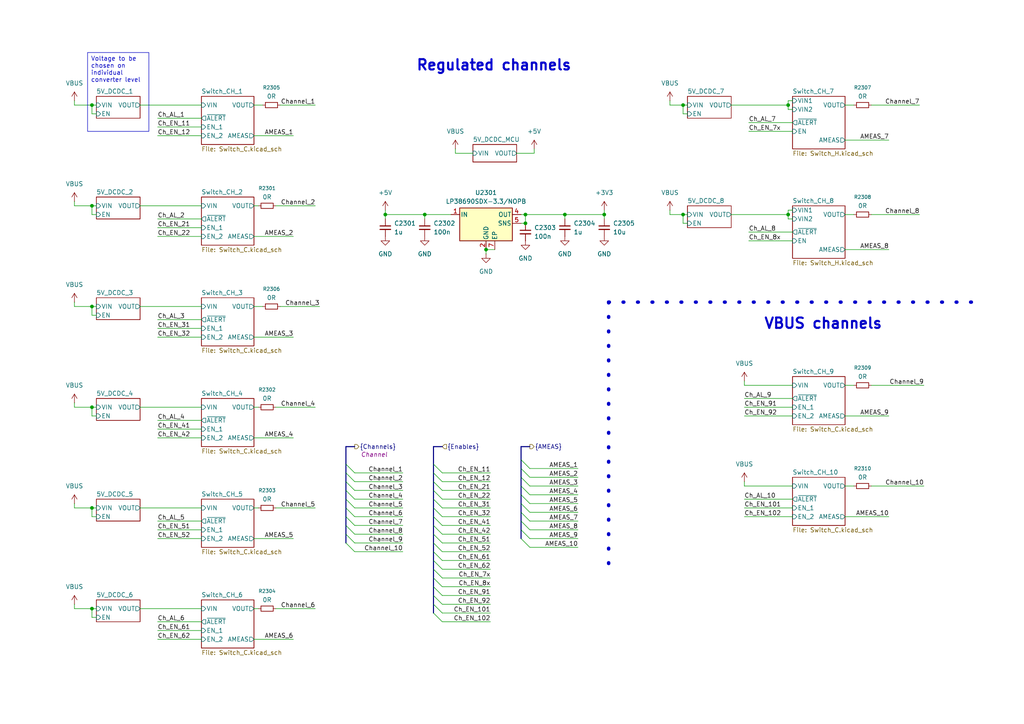
<source format=kicad_sch>
(kicad_sch (version 20250114) (generator "eeschema") (generator_version "9.0")
  (paper "A4")
  (lib_symbols
    (symbol "Device:C_Small" (pin_numbers (hide yes)) (pin_names (offset 0.254) (hide yes))
      (property "Reference" "C" (at 0.254 1.778 0))
      (property "Value" "C_Small" (at 0.254 -2.032 0))
      (symbol "C_Small_0_1"
        (polyline (pts (xy -1.524 0.508) (xy 1.524 0.508)) (stroke (width 0.3048)))
        (polyline (pts (xy -1.524 -0.508) (xy 1.524 -0.508)) (stroke (width 0.3302)))
      )
      (symbol "C_Small_1_1"
        (pin passive line (at 0 2.54 270) (length 2.032) (name "~") (number "1"))
        (pin passive line (at 0 -2.54 90) (length 2.032) (name "~") (number "2"))
      )
    )
    (symbol "Device:R_Small" (pin_numbers (hide yes)) (pin_names (offset 0.254) (hide yes))
      (property "Reference" "R" (at 0 0 90))
      (property "Value" "R_Small" (at 1.778 0 90))
      (symbol "R_Small_0_1"
        (rectangle (start -0.762 1.778) (end 0.762 -1.778) (stroke (width 0.2032)))
      )
      (symbol "R_Small_1_1"
        (pin passive line (at 0 2.54 270) (length 0.762) (name "~") (number "1"))
        (pin passive line (at 0 -2.54 90) (length 0.762) (name "~") (number "2"))
      )
    )
    (symbol "Regulator_Linear:LP38691SD-3.3" (pin_names (offset 0.254))
      (property "Reference" "U" (at -6.35 5.715 0))
      (property "Value" "LP38691SD-3.3" (at 0 5.715 0))
      (symbol "LP38691SD-3.3_0_1"
        (rectangle (start -7.62 -5.08) (end 7.62 4.445) (stroke (width 0.254)) (fill (type background)))
      )
      (symbol "LP38691SD-3.3_1_1"
        (pin power_in line (at -10.16 2.54 0) (length 2.54) (name "IN") (number "1"))
        (pin passive line (at -10.16 2.54 0) (length 2.54) (hide yes) (name "IN") (number "6"))
        (pin no_connect line (at -7.62 0 0) (length 2.54) (hide yes) (name "NC") (number "3"))
        (pin power_in line (at 0 -7.62 90) (length 2.54) (name "GND") (number "2"))
        (pin passive line (at 2.54 -7.62 90) (length 2.54) (name "EP") (number "7"))
        (pin power_out line (at 10.16 2.54 180) (length 2.54) (name "OUT") (number "4"))
        (pin input line (at 10.16 0 180) (length 2.54) (name "SNS") (number "5"))
      )
    )
    (symbol "power:+3V3" (power) (pin_numbers (hide yes)) (pin_names (offset 0) (hide yes))
      (property "Value" "+3V3" (at 0 3.556 0))
      (symbol "+3V3_0_1"
        (polyline (pts (xy -0.762 1.27) (xy 0 2.54)))
        (polyline (pts (xy 0 2.54) (xy 0.762 1.27)))
        (polyline (pts (xy 0 0) (xy 0 2.54)))
      )
      (symbol "+3V3_1_1"
        (pin power_in line (at 0 0 90) (length 0) (name "~") (number "1"))
      )
    )
    (symbol "power:+5V" (power) (pin_numbers (hide yes)) (pin_names (offset 0) (hide yes))
      (property "Value" "+5V" (at 0 3.556 0))
      (symbol "+5V_0_1"
        (polyline (pts (xy -0.762 1.27) (xy 0 2.54)))
        (polyline (pts (xy 0 2.54) (xy 0.762 1.27)))
        (polyline (pts (xy 0 0) (xy 0 2.54)))
      )
      (symbol "+5V_1_1"
        (pin power_in line (at 0 0 90) (length 0) (name "~") (number "1"))
      )
    )
    (symbol "power:GND" (power) (pin_numbers (hide yes)) (pin_names (offset 0) (hide yes))
      (property "Value" "GND" (at 0 -3.81 0))
      (symbol "GND_0_1"
        (polyline (pts (xy 0 0) (xy 0 -1.27) (xy 1.27 -1.27) (xy 0 -2.54) (xy -1.27 -1.27) (xy 0 -1.27)))
      )
      (symbol "GND_1_1"
        (pin power_in line (at 0 0 270) (length 0) (name "~") (number "1"))
      )
    )
    (symbol "power:VBUS" (power) (pin_numbers (hide yes)) (pin_names (offset 0) (hide yes))
      (property "Value" "VBUS" (at 0 3.556 0))
      (symbol "VBUS_0_1"
        (polyline (pts (xy -0.762 1.27) (xy 0 2.54)))
        (polyline (pts (xy 0 2.54) (xy 0.762 1.27)))
        (polyline (pts (xy 0 0) (xy 0 2.54)))
      )
      (symbol "VBUS_1_1"
        (pin power_in line (at 0 0 90) (length 0) (name "~") (number "1"))
      )
    )
  )
  (text "VBUS channels" (at 238.76 93.98 0) (effects (font (size 3 3) (thickness 0.6) (bold yes))))
  (text "Regulated channels" (at 143.256 19.05 0) (effects (font (size 3 3) (thickness 0.6) (bold yes))))
  (text_box "Distributes bus power into individual channels\nNumber of channels TBD" (at -73.152 37.084 0) (size 56.642 7.366) (margins 0.9525 0.9525 0.9525 0.9525) (effects (font (size 1.27 1.27)) (justify left top)))
  (text_box "ke kazde vetvi switch vlastni ldo/dc/dc" (at -58.42 124.46 0) (size 49.53 16.51) (margins 0.9525 0.9525 0.9525 0.9525) (effects (font (size 1.27 1.27)) (justify left top)))
  (text_box "Voltage to be chosen on individual converter level" (at 25.4 15.24 0) (size 17.78 22.86) (margins 0.9525 0.9525 0.9525 0.9525) (effects (font (size 1.27 1.27)) (justify left top)))
  (junction (at 163.83 62.23))
  (junction (at 26.67 118.11))
  (junction (at 228.6 62.23))
  (junction (at 26.67 30.48))
  (junction (at 198.12 62.23))
  (junction (at 123.19 62.23))
  (junction (at 152.4 64.77))
  (junction (at 26.67 59.69))
  (junction (at 26.67 147.32))
  (junction (at 26.67 88.9))
  (junction (at 152.4 62.23))
  (junction (at 140.97 72.39))
  (junction (at 228.6 30.48))
  (junction (at 111.76 62.23))
  (junction (at 175.26 62.23))
  (junction (at 198.12 30.48))
  (junction (at 26.67 176.53))
  (bus_entry (at 125.73 170.18) (size 2.54 2.54))
  (bus_entry (at 125.73 177.8) (size 2.54 2.54))
  (bus_entry (at 125.73 139.7) (size 2.54 2.54))
  (bus_entry (at 125.73 137.16) (size 2.54 2.54))
  (bus_entry (at 125.73 142.24) (size 2.54 2.54))
  (bus_entry (at 100.33 139.7) (size 2.54 2.54))
  (bus_entry (at 100.33 157.48) (size 2.54 2.54))
  (bus_entry (at 125.73 165.1) (size 2.54 2.54))
  (bus_entry (at 125.73 157.48) (size 2.54 2.54))
  (bus_entry (at 125.73 175.26) (size 2.54 2.54))
  (bus_entry (at 100.33 134.62) (size 2.54 2.54))
  (bus_entry (at 125.73 172.72) (size 2.54 2.54))
  (bus_entry (at 125.73 134.62) (size 2.54 2.54))
  (bus_entry (at 125.73 154.94) (size 2.54 2.54))
  (bus_entry (at 151.13 135.89) (size 2.54 2.54))
  (bus_entry (at 100.33 154.94) (size 2.54 2.54))
  (bus_entry (at 100.33 147.32) (size 2.54 2.54))
  (bus_entry (at 151.13 153.67) (size 2.54 2.54))
  (bus_entry (at 125.73 162.56) (size 2.54 2.54))
  (bus_entry (at 125.73 144.78) (size 2.54 2.54))
  (bus_entry (at 125.73 160.02) (size 2.54 2.54))
  (bus_entry (at 125.73 167.64) (size 2.54 2.54))
  (bus_entry (at 125.73 149.86) (size 2.54 2.54))
  (bus_entry (at 100.33 152.4) (size 2.54 2.54))
  (bus_entry (at 100.33 149.86) (size 2.54 2.54))
  (bus_entry (at 151.13 148.59) (size 2.54 2.54))
  (bus_entry (at 151.13 146.05) (size 2.54 2.54))
  (bus_entry (at 100.33 144.78) (size 2.54 2.54))
  (bus_entry (at 125.73 147.32) (size 2.54 2.54))
  (bus_entry (at 151.13 138.43) (size 2.54 2.54))
  (bus_entry (at 151.13 151.13) (size 2.54 2.54))
  (bus_entry (at 151.13 143.51) (size 2.54 2.54))
  (bus_entry (at 125.73 152.4) (size 2.54 2.54))
  (bus_entry (at 151.13 156.21) (size 2.54 2.54))
  (bus_entry (at 151.13 133.35) (size 2.54 2.54))
  (bus_entry (at 151.13 140.97) (size 2.54 2.54))
  (bus_entry (at 100.33 137.16) (size 2.54 2.54))
  (bus_entry (at 100.33 142.24) (size 2.54 2.54))
  (wire (pts (xy 128.27 157.48) (xy 142.24 157.48)))
  (wire (pts (xy 217.17 38.1) (xy 229.87 38.1)))
  (bus (pts (xy 125.73 154.94) (xy 125.73 157.48)))
  (wire (pts (xy 45.72 63.5) (xy 58.42 63.5)))
  (wire (pts (xy 215.9 115.57) (xy 229.87 115.57)))
  (wire (pts (xy 267.97 111.76) (xy 252.73 111.76)))
  (wire (pts (xy 26.67 179.07) (xy 27.94 179.07)))
  (wire (pts (xy 153.67 153.67) (xy 167.64 153.67)))
  (wire (pts (xy 266.7 30.48) (xy 252.73 30.48)))
  (wire (pts (xy 198.12 30.48) (xy 199.39 30.48)))
  (wire (pts (xy 245.11 72.39) (xy 257.81 72.39)))
  (wire (pts (xy 153.67 158.75) (xy 167.64 158.75)))
  (wire (pts (xy 198.12 62.23) (xy 198.12 64.77)))
  (wire (pts (xy 73.66 59.69) (xy 74.93 59.69)))
  (wire (pts (xy 45.72 180.34) (xy 58.42 180.34)))
  (wire (pts (xy 215.9 147.32) (xy 229.87 147.32)))
  (wire (pts (xy 73.66 39.37) (xy 85.09 39.37)))
  (wire (pts (xy 153.67 148.59) (xy 167.64 148.59)))
  (wire (pts (xy 217.17 67.31) (xy 229.87 67.31)))
  (wire (pts (xy 40.64 147.32) (xy 58.42 147.32)))
  (bus (pts (xy 125.73 172.72) (xy 125.73 175.26)))
  (wire (pts (xy 128.27 149.86) (xy 142.24 149.86)))
  (wire (pts (xy 102.87 149.86) (xy 116.84 149.86)))
  (wire (pts (xy 153.67 138.43) (xy 167.64 138.43)))
  (wire (pts (xy 123.19 62.23) (xy 130.81 62.23)))
  (wire (pts (xy 153.67 140.97) (xy 167.64 140.97)))
  (wire (pts (xy 212.09 62.23) (xy 228.6 62.23)))
  (wire (pts (xy 26.67 59.69) (xy 26.67 62.23)))
  (bus (pts (xy 125.73 149.86) (xy 125.73 152.4)))
  (bus (pts (xy 100.33 154.94) (xy 100.33 157.48)))
  (bus (pts (xy 151.13 148.59) (xy 151.13 151.13)))
  (wire (pts (xy 128.27 144.78) (xy 142.24 144.78)))
  (wire (pts (xy 21.59 59.69) (xy 26.67 59.69)))
  (wire (pts (xy 73.66 30.48) (xy 76.2 30.48)))
  (bus (pts (xy 125.73 139.7) (xy 125.73 142.24)))
  (bus (pts (xy 125.73 175.26) (xy 125.73 177.8)))
  (bus (pts (xy 100.33 152.4) (xy 100.33 154.94)))
  (wire (pts (xy 194.31 29.21) (xy 194.31 30.48)))
  (wire (pts (xy 247.65 111.76) (xy 245.11 111.76)))
  (wire (pts (xy 45.72 36.83) (xy 58.42 36.83)))
  (wire (pts (xy 194.31 30.48) (xy 198.12 30.48)))
  (bus (pts (xy 125.73 147.32) (xy 125.73 149.86)))
  (wire (pts (xy 128.27 172.72) (xy 142.24 172.72)))
  (bus (pts (xy 151.13 138.43) (xy 151.13 140.97)))
  (wire (pts (xy 132.08 44.45) (xy 137.16 44.45)))
  (wire (pts (xy 73.66 97.79) (xy 85.09 97.79)))
  (bus (pts (xy 100.33 134.62) (xy 100.33 137.16)))
  (wire (pts (xy 215.9 140.97) (xy 229.87 140.97)))
  (wire (pts (xy 73.66 176.53) (xy 74.93 176.53)))
  (wire (pts (xy 128.27 137.16) (xy 142.24 137.16)))
  (bus (pts (xy 125.73 152.4) (xy 125.73 154.94)))
  (wire (pts (xy 257.81 120.65) (xy 245.11 120.65)))
  (wire (pts (xy 26.67 120.65) (xy 27.94 120.65)))
  (wire (pts (xy 92.71 88.9) (xy 81.28 88.9)))
  (wire (pts (xy 229.87 29.21) (xy 228.6 29.21)))
  (wire (pts (xy 228.6 60.96) (xy 229.87 60.96)))
  (wire (pts (xy 26.67 62.23) (xy 27.94 62.23)))
  (wire (pts (xy 198.12 64.77) (xy 199.39 64.77)))
  (wire (pts (xy 266.7 62.23) (xy 252.73 62.23)))
  (wire (pts (xy 163.83 63.5) (xy 163.83 62.23)))
  (wire (pts (xy 215.9 144.78) (xy 229.87 144.78)))
  (bus (pts (xy 100.33 147.32) (xy 100.33 149.86)))
  (wire (pts (xy 128.27 160.02) (xy 142.24 160.02)))
  (wire (pts (xy 102.87 142.24) (xy 116.84 142.24)))
  (wire (pts (xy 102.87 137.16) (xy 116.84 137.16)))
  (wire (pts (xy 123.19 63.5) (xy 123.19 62.23)))
  (bus (pts (xy 125.73 157.48) (xy 125.73 160.02)))
  (bus (pts (xy 151.13 151.13) (xy 151.13 153.67)))
  (wire (pts (xy 111.76 63.5) (xy 111.76 62.23)))
  (wire (pts (xy 26.67 118.11) (xy 26.67 120.65)))
  (wire (pts (xy 102.87 157.48) (xy 116.84 157.48)))
  (wire (pts (xy 102.87 139.7) (xy 116.84 139.7)))
  (wire (pts (xy 102.87 154.94) (xy 116.84 154.94)))
  (polyline (pts (xy 176.53 87.63) (xy 176.53 165.1)) (stroke (width 1) (type dot)))
  (bus (pts (xy 151.13 129.54) (xy 153.67 129.54)))
  (wire (pts (xy 73.66 127) (xy 85.09 127)))
  (wire (pts (xy 45.72 151.13) (xy 58.42 151.13)))
  (wire (pts (xy 21.59 147.32) (xy 26.67 147.32)))
  (wire (pts (xy 26.67 88.9) (xy 26.67 91.44)))
  (bus (pts (xy 125.73 167.64) (xy 125.73 170.18)))
  (wire (pts (xy 153.67 156.21) (xy 167.64 156.21)))
  (wire (pts (xy 102.87 152.4) (xy 116.84 152.4)))
  (wire (pts (xy 26.67 59.69) (xy 27.94 59.69)))
  (wire (pts (xy 128.27 167.64) (xy 142.24 167.64)))
  (wire (pts (xy 153.67 146.05) (xy 167.64 146.05)))
  (wire (pts (xy 26.67 147.32) (xy 27.94 147.32)))
  (wire (pts (xy 128.27 180.34) (xy 142.24 180.34)))
  (wire (pts (xy 102.87 144.78) (xy 116.84 144.78)))
  (wire (pts (xy 26.67 30.48) (xy 27.94 30.48)))
  (bus (pts (xy 100.33 142.24) (xy 100.33 144.78)))
  (wire (pts (xy 111.76 60.96) (xy 111.76 62.23)))
  (wire (pts (xy 175.26 63.5) (xy 175.26 62.23)))
  (wire (pts (xy 128.27 139.7) (xy 142.24 139.7)))
  (wire (pts (xy 128.27 170.18) (xy 142.24 170.18)))
  (wire (pts (xy 45.72 66.04) (xy 58.42 66.04)))
  (polyline (pts (xy 176.53 87.63) (xy 281.94 87.63)) (stroke (width 1) (type dot)))
  (wire (pts (xy 73.66 156.21) (xy 85.09 156.21)))
  (wire (pts (xy 111.76 62.23) (xy 123.19 62.23)))
  (wire (pts (xy 91.44 59.69) (xy 80.01 59.69)))
  (wire (pts (xy 154.94 43.18) (xy 154.94 44.45)))
  (wire (pts (xy 26.67 176.53) (xy 27.94 176.53)))
  (wire (pts (xy 228.6 29.21) (xy 228.6 30.48)))
  (wire (pts (xy 228.6 63.5) (xy 228.6 62.23)))
  (wire (pts (xy 26.67 91.44) (xy 27.94 91.44)))
  (bus (pts (xy 125.73 162.56) (xy 125.73 165.1)))
  (wire (pts (xy 21.59 30.48) (xy 26.67 30.48)))
  (bus (pts (xy 125.73 142.24) (xy 125.73 144.78)))
  (wire (pts (xy 132.08 44.45) (xy 132.08 43.18)))
  (wire (pts (xy 194.31 60.96) (xy 194.31 62.23)))
  (bus (pts (xy 151.13 133.35) (xy 151.13 135.89)))
  (wire (pts (xy 228.6 31.75) (xy 229.87 31.75)))
  (bus (pts (xy 151.13 135.89) (xy 151.13 138.43)))
  (wire (pts (xy 152.4 62.23) (xy 152.4 64.77)))
  (bus (pts (xy 125.73 134.62) (xy 125.73 137.16)))
  (wire (pts (xy 45.72 97.79) (xy 58.42 97.79)))
  (wire (pts (xy 45.72 34.29) (xy 58.42 34.29)))
  (wire (pts (xy 73.66 68.58) (xy 85.09 68.58)))
  (wire (pts (xy 26.67 118.11) (xy 27.94 118.11)))
  (wire (pts (xy 21.59 58.42) (xy 21.59 59.69)))
  (wire (pts (xy 73.66 185.42) (xy 85.09 185.42)))
  (wire (pts (xy 198.12 33.02) (xy 199.39 33.02)))
  (wire (pts (xy 91.44 118.11) (xy 80.01 118.11)))
  (wire (pts (xy 40.64 30.48) (xy 58.42 30.48)))
  (bus (pts (xy 125.73 129.54) (xy 125.73 134.62)))
  (bus (pts (xy 102.87 129.54) (xy 100.33 129.54)))
  (wire (pts (xy 153.67 135.89) (xy 167.64 135.89)))
  (wire (pts (xy 128.27 154.94) (xy 142.24 154.94)))
  (wire (pts (xy 26.67 88.9) (xy 27.94 88.9)))
  (wire (pts (xy 175.26 60.96) (xy 175.26 62.23)))
  (bus (pts (xy 151.13 140.97) (xy 151.13 143.51)))
  (wire (pts (xy 267.97 140.97) (xy 252.73 140.97)))
  (wire (pts (xy 40.64 118.11) (xy 58.42 118.11)))
  (wire (pts (xy 102.87 147.32) (xy 116.84 147.32)))
  (wire (pts (xy 45.72 153.67) (xy 58.42 153.67)))
  (wire (pts (xy 40.64 88.9) (xy 58.42 88.9)))
  (wire (pts (xy 21.59 88.9) (xy 26.67 88.9)))
  (wire (pts (xy 153.67 143.51) (xy 167.64 143.51)))
  (wire (pts (xy 215.9 149.86) (xy 229.87 149.86)))
  (wire (pts (xy 45.72 92.71) (xy 58.42 92.71)))
  (wire (pts (xy 128.27 177.8) (xy 142.24 177.8)))
  (wire (pts (xy 45.72 124.46) (xy 58.42 124.46)))
  (wire (pts (xy 245.11 40.64) (xy 257.81 40.64)))
  (wire (pts (xy 45.72 121.92) (xy 58.42 121.92)))
  (bus (pts (xy 125.73 129.54) (xy 128.27 129.54)))
  (bus (pts (xy 125.73 165.1) (xy 125.73 167.64)))
  (wire (pts (xy 40.64 59.69) (xy 58.42 59.69)))
  (wire (pts (xy 21.59 29.21) (xy 21.59 30.48)))
  (wire (pts (xy 45.72 39.37) (xy 58.42 39.37)))
  (wire (pts (xy 73.66 118.11) (xy 74.93 118.11)))
  (bus (pts (xy 100.33 137.16) (xy 100.33 139.7)))
  (wire (pts (xy 26.67 147.32) (xy 26.67 149.86)))
  (wire (pts (xy 215.9 110.49) (xy 215.9 111.76)))
  (bus (pts (xy 151.13 129.54) (xy 151.13 133.35)))
  (wire (pts (xy 21.59 175.26) (xy 21.59 176.53)))
  (wire (pts (xy 26.67 30.48) (xy 26.67 33.02)))
  (wire (pts (xy 152.4 64.77) (xy 151.13 64.77)))
  (wire (pts (xy 45.72 68.58) (xy 58.42 68.58)))
  (wire (pts (xy 198.12 62.23) (xy 199.39 62.23)))
  (wire (pts (xy 21.59 118.11) (xy 26.67 118.11)))
  (wire (pts (xy 45.72 182.88) (xy 58.42 182.88)))
  (wire (pts (xy 21.59 88.9) (xy 21.59 87.63)))
  (wire (pts (xy 26.67 33.02) (xy 27.94 33.02)))
  (wire (pts (xy 45.72 185.42) (xy 58.42 185.42)))
  (wire (pts (xy 128.27 147.32) (xy 142.24 147.32)))
  (wire (pts (xy 228.6 30.48) (xy 228.6 31.75)))
  (wire (pts (xy 229.87 63.5) (xy 228.6 63.5)))
  (wire (pts (xy 102.87 160.02) (xy 116.84 160.02)))
  (wire (pts (xy 21.59 116.84) (xy 21.59 118.11)))
  (wire (pts (xy 128.27 175.26) (xy 142.24 175.26)))
  (wire (pts (xy 73.66 147.32) (xy 74.93 147.32)))
  (bus (pts (xy 151.13 146.05) (xy 151.13 148.59)))
  (bus (pts (xy 125.73 160.02) (xy 125.73 162.56)))
  (wire (pts (xy 153.67 151.13) (xy 167.64 151.13)))
  (bus (pts (xy 100.33 139.7) (xy 100.33 142.24)))
  (wire (pts (xy 128.27 142.24) (xy 142.24 142.24)))
  (wire (pts (xy 175.26 62.23) (xy 163.83 62.23)))
  (wire (pts (xy 198.12 30.48) (xy 198.12 33.02)))
  (wire (pts (xy 247.65 30.48) (xy 245.11 30.48)))
  (bus (pts (xy 100.33 129.54) (xy 100.33 134.62)))
  (wire (pts (xy 45.72 127) (xy 58.42 127)))
  (wire (pts (xy 128.27 165.1) (xy 142.24 165.1)))
  (wire (pts (xy 215.9 111.76) (xy 229.87 111.76)))
  (wire (pts (xy 247.65 62.23) (xy 245.11 62.23)))
  (wire (pts (xy 228.6 62.23) (xy 228.6 60.96)))
  (wire (pts (xy 154.94 44.45) (xy 149.86 44.45)))
  (wire (pts (xy 45.72 156.21) (xy 58.42 156.21)))
  (wire (pts (xy 128.27 162.56) (xy 142.24 162.56)))
  (wire (pts (xy 140.97 73.66) (xy 140.97 72.39)))
  (wire (pts (xy 217.17 69.85) (xy 229.87 69.85)))
  (wire (pts (xy 217.17 35.56) (xy 229.87 35.56)))
  (bus (pts (xy 125.73 144.78) (xy 125.73 147.32)))
  (wire (pts (xy 151.13 62.23) (xy 152.4 62.23)))
  (bus (pts (xy 125.73 170.18) (xy 125.73 172.72)))
  (wire (pts (xy 215.9 139.7) (xy 215.9 140.97)))
  (bus (pts (xy 125.73 137.16) (xy 125.73 139.7)))
  (wire (pts (xy 215.9 120.65) (xy 229.87 120.65)))
  (bus (pts (xy 151.13 153.67) (xy 151.13 156.21)))
  (wire (pts (xy 152.4 62.23) (xy 163.83 62.23)))
  (wire (pts (xy 73.66 88.9) (xy 76.2 88.9)))
  (wire (pts (xy 45.72 95.25) (xy 58.42 95.25)))
  (wire (pts (xy 140.97 72.39) (xy 143.51 72.39)))
  (bus (pts (xy 100.33 149.86) (xy 100.33 152.4)))
  (wire (pts (xy 21.59 146.05) (xy 21.59 147.32)))
  (wire (pts (xy 128.27 152.4) (xy 142.24 152.4)))
  (wire (pts (xy 247.65 140.97) (xy 245.11 140.97)))
  (wire (pts (xy 91.44 147.32) (xy 80.01 147.32)))
  (wire (pts (xy 26.67 149.86) (xy 27.94 149.86)))
  (wire (pts (xy 257.81 149.86) (xy 245.11 149.86)))
  (wire (pts (xy 215.9 118.11) (xy 229.87 118.11)))
  (wire (pts (xy 40.64 176.53) (xy 58.42 176.53)))
  (wire (pts (xy 194.31 62.23) (xy 198.12 62.23)))
  (bus (pts (xy 151.13 143.51) (xy 151.13 146.05)))
  (wire (pts (xy 212.09 30.48) (xy 228.6 30.48)))
  (wire (pts (xy 21.59 176.53) (xy 26.67 176.53)))
  (bus (pts (xy 100.33 144.78) (xy 100.33 147.32)))
  (wire (pts (xy 91.44 176.53) (xy 80.01 176.53)))
  (wire (pts (xy 91.44 30.48) (xy 81.28 30.48)))
  (wire (pts (xy 26.67 176.53) (xy 26.67 179.07)))
  (table (column_count 2) (border (external yes) (header yes)) (separators (rows yes) (cols yes)) (column_widths 22.098 25.654) (row_heights 2.54 2.54 2.54 2.54) (cells (table_cell "Inputs" (at -71.12 17.78 0) (size 22.098 2.54) (margins 0.9525 0.9525 0.9525 0.9525) (span 1 1)) (table_cell "Outputs" (at -49.022 17.78 0) (size 25.654 2.54) (margins 0.9525 0.9525 0.9525 0.9525) (span 1 1)) (table_cell "BUS Voltages" (at -71.12 20.32 0) (size 22.098 2.54) (margins 0.9525 0.9525 0.9525 0.9525) (span 1 1)) (table_cell "Ouput voltages" (at -49.022 20.32 0) (size 25.654 2.54) (margins 0.9525 0.9525 0.9525 0.9525) (span 1 1)) (table_cell "Enables" (at -71.12 22.86 0) (size 22.098 2.54) (margins 0.9525 0.9525 0.9525 0.9525) (span 1 1)) (table_cell "Measured current" (at -49.022 22.86 0) (size 25.654 2.54) (margins 0.9525 0.9525 0.9525 0.9525) (span 1 1)) (table_cell "" (at -71.12 25.4 0) (size 22.098 2.54) (margins 0.9525 0.9525 0.9525 0.9525) (span 1 1)) (table_cell "ALERT signals" (at -49.022 25.4 0) (size 25.654 2.54) (margins 0.9525 0.9525 0.9525 0.9525) (span 1 1))))
  (label "AMEAS_1" (at 167.64 135.89 180))
  (label "Ch_AL_4" (at 45.72 121.92 0))
  (label "Channel_4" (at 91.44 118.11 180))
  (label "Ch_AL_9" (at 215.9 115.57 0))
  (label "Ch_EN_42" (at 45.72 127 0))
  (label "Ch_EN_8x" (at 142.24 170.18 180))
  (label "Ch_EN_32" (at 45.72 97.79 0))
  (label "AMEAS_8" (at 257.81 72.39 180))
  (label "Ch_AL_7" (at 217.17 35.56 0))
  (label "Ch_EN_52" (at 142.24 160.02 180))
  (label "Ch_EN_51" (at 142.24 157.48 180))
  (label "Channel_6" (at 116.84 149.86 180))
  (label "Channel_7" (at 116.84 152.4 180))
  (label "Ch_EN_21" (at 45.72 66.04 0))
  (label "AMEAS_9" (at 167.64 156.21 180))
  (label "Ch_EN_61" (at 45.72 182.88 0))
  (label "Ch_EN_8x" (at 217.17 69.85 0))
  (label "Channel_7" (at 266.7 30.48 180))
  (label "AMEAS_5" (at 167.64 146.05 180))
  (label "AMEAS_8" (at 167.64 153.67 180))
  (label "Channel_6" (at 91.44 176.53 180))
  (label "Ch_EN_11" (at 142.24 137.16 180))
  (label "Ch_EN_102" (at 215.9 149.86 0))
  (label "Channel_1" (at 116.84 137.16 180))
  (label "Ch_AL_10" (at 215.9 144.78 0))
  (label "Ch_EN_91" (at 142.24 172.72 180))
  (label "Channel_3" (at 116.84 142.24 180))
  (label "Channel_4" (at 116.84 144.78 180))
  (label "Ch_EN_7x" (at 142.24 167.64 180))
  (label "Ch_EN_12" (at 45.72 39.37 0))
  (label "Channel_5" (at 116.84 147.32 180))
  (label "Ch_AL_8" (at 217.17 67.31 0))
  (label "Ch_EN_61" (at 142.24 162.56 180))
  (label "Channel_10" (at 116.84 160.02 180))
  (label "AMEAS_7" (at 257.81 40.64 180))
  (label "Ch_EN_11" (at 45.72 36.83 0))
  (label "Channel_10" (at 267.97 140.97 180))
  (label "Ch_EN_21" (at 142.24 142.24 180))
  (label "Ch_EN_92" (at 142.24 175.26 180))
  (label "Ch_AL_6" (at 45.72 180.34 0))
  (label "Ch_EN_102" (at 142.24 180.34 180))
  (label "Ch_EN_12" (at 142.24 139.7 180))
  (label "Ch_EN_62" (at 142.24 165.1 180))
  (label "Ch_AL_2" (at 45.72 63.5 0))
  (label "Ch_EN_41" (at 45.72 124.46 0))
  (label "AMEAS_7" (at 167.64 151.13 180))
  (label "Channel_8" (at 116.84 154.94 180))
  (label "AMEAS_2" (at 167.64 138.43 180))
  (label "Ch_EN_62" (at 45.72 185.42 0))
  (label "Channel_5" (at 91.44 147.32 180))
  (label "Ch_EN_101" (at 215.9 147.32 0))
  (label "AMEAS_6" (at 167.64 148.59 180))
  (label "Channel_2" (at 116.84 139.7 180))
  (label "AMEAS_1" (at 85.09 39.37 180))
  (label "AMEAS_4" (at 167.64 143.51 180))
  (label "Ch_EN_31" (at 45.72 95.25 0))
  (label "Ch_EN_92" (at 215.9 120.65 0))
  (label "Channel_9" (at 267.97 111.76 180))
  (label "Ch_EN_42" (at 142.24 154.94 180))
  (label "Channel_1" (at 91.44 30.48 180))
  (label "AMEAS_6" (at 85.09 185.42 180))
  (label "Ch_AL_1" (at 45.72 34.29 0))
  (label "AMEAS_10" (at 257.81 149.86 180))
  (label "Ch_EN_31" (at 142.24 147.32 180))
  (label "Channel_2" (at 91.44 59.69 180))
  (label "AMEAS_3" (at 85.09 97.79 180))
  (label "Ch_EN_7x" (at 217.17 38.1 0))
  (label "Ch_EN_32" (at 142.24 149.86 180))
  (label "Ch_EN_52" (at 45.72 156.21 0))
  (label "Ch_EN_22" (at 45.72 68.58 0))
  (label "Ch_EN_101" (at 142.24 177.8 180))
  (label "Ch_EN_22" (at 142.24 144.78 180))
  (label "AMEAS_3" (at 167.64 140.97 180))
  (label "Ch_EN_91" (at 215.9 118.11 0))
  (label "AMEAS_9" (at 257.81 120.65 180))
  (label "AMEAS_2" (at 85.09 68.58 180))
  (label "Ch_AL_3" (at 45.72 92.71 0))
  (label "AMEAS_5" (at 85.09 156.21 180))
  (label "Ch_EN_51" (at 45.72 153.67 0))
  (label "Channel_9" (at 116.84 157.48 180))
  (label "Channel_3" (at 92.71 88.9 180))
  (label "AMEAS_10" (at 167.64 158.75 180))
  (label "Ch_EN_41" (at 142.24 152.4 180))
  (label "Ch_AL_5" (at 45.72 151.13 0))
  (label "AMEAS_4" (at 85.09 127 180))
  (label "Channel_8" (at 266.7 62.23 180))
  (hierarchical_label "{Enables}" (shape input) (at 128.27 129.54 0))
  (hierarchical_label "{AMEAS}" (shape output) (at 153.67 129.54 0))
  (hierarchical_label "{Channels}" (shape output) (at 102.87 129.54 0) (property "Netclass" "Channel" (at 104.648 131.826 0) (effects (font (italic yes)) (justify left))))
  (symbol (lib_id "power:VBUS") (at 21.59 146.05 0) (unit 1)
    (property "Reference" "#PWR02305" (effects (hide yes)))
    (property "Value" "VBUS" (at 21.59 140.97 0))
    (property "Description" "Power symbol creates a global label with name \"VBUS\"" (effects (hide yes)))
  )
  (symbol (lib_id "Device:C_Small") (at 152.4 67.31 0) (unit 1)
    (property "Reference" "C2303" (at 154.94 66.0462 0) (effects (justify left)))
    (property "Value" "100n" (at 154.94 68.5862 0) (effects (justify left)))
    (property "Footprint" "Capacitor_SMD:C_0603_1608Metric_Pad1.08x0.95mm_HandSolder" (effects (hide yes)))
    (property "Description" "Unpolarized capacitor, small symbol" (effects (hide yes)))
  )
  (symbol (lib_id "Device:R_Small") (at 77.47 176.53 90) (unit 1)
    (property "Reference" "R2304" (at 77.47 171.45 90) (effects (font (size 1.016 1.016))))
    (property "Value" "0R" (at 77.47 173.99 90))
    (property "Footprint" "Resistor_SMD:R_0603_1608Metric_Pad0.98x0.95mm_HandSolder" (effects (hide yes)))
    (property "Description" "Resistor, small symbol" (effects (hide yes)))
  )
  (symbol (lib_id "power:VBUS") (at 215.9 139.7 0) (unit 1)
    (property "Reference" "#PWR02320" (effects (hide yes)))
    (property "Value" "VBUS" (at 215.9 134.62 0))
    (property "Description" "Power symbol creates a global label with name \"VBUS\"" (effects (hide yes)))
  )
  (symbol (lib_id "Device:C_Small") (at 123.19 66.04 0) (unit 1)
    (property "Reference" "C2302" (at 125.73 64.7762 0) (effects (justify left)))
    (property "Value" "100n" (at 125.73 67.3162 0) (effects (justify left)))
    (property "Footprint" "Capacitor_SMD:C_0603_1608Metric_Pad1.08x0.95mm_HandSolder" (effects (hide yes)))
    (property "Description" "Unpolarized capacitor, small symbol" (effects (hide yes)))
  )
  (symbol (lib_id "Device:R_Small") (at 77.47 147.32 90) (unit 1)
    (property "Reference" "R2303" (at 77.47 142.24 90) (effects (font (size 1.016 1.016))))
    (property "Value" "0R" (at 77.47 144.78 90))
    (property "Footprint" "Resistor_SMD:R_0603_1608Metric_Pad0.98x0.95mm_HandSolder" (effects (hide yes)))
    (property "Description" "Resistor, small symbol" (effects (hide yes)))
  )
  (symbol (lib_id "power:VBUS") (at 21.59 116.84 0) (unit 1)
    (property "Reference" "#PWR02304" (effects (hide yes)))
    (property "Value" "VBUS" (at 21.59 111.76 0))
    (property "Description" "Power symbol creates a global label with name \"VBUS\"" (effects (hide yes)))
  )
  (symbol (lib_id "power:VBUS") (at 194.31 60.96 0) (unit 1)
    (property "Reference" "#PWR02318" (effects (hide yes)))
    (property "Value" "VBUS" (at 194.31 55.88 0))
    (property "Description" "Power symbol creates a global label with name \"VBUS\"" (effects (hide yes)))
  )
  (symbol (lib_id "power:+3V3") (at 175.26 60.96 0) (unit 1)
    (property "Reference" "#PWR02315" (effects (hide yes)))
    (property "Value" "+3V3" (at 175.26 55.88 0))
    (property "Description" "Power symbol creates a global label with name \"+3V3\"" (effects (hide yes)))
  )
  (symbol (lib_id "Device:R_Small") (at 250.19 111.76 90) (unit 1)
    (property "Reference" "R2309" (at 250.19 106.68 90) (effects (font (size 1.016 1.016))))
    (property "Value" "0R" (at 250.19 109.22 90))
    (property "Footprint" "Resistor_SMD:R_0603_1608Metric_Pad0.98x0.95mm_HandSolder" (effects (hide yes)))
    (property "Description" "Resistor, small symbol" (effects (hide yes)))
  )
  (symbol (lib_id "power:GND") (at 123.19 68.58 0) (unit 1)
    (property "Reference" "#PWR02309" (effects (hide yes)))
    (property "Value" "GND" (at 123.19 73.66 0))
    (property "Description" "Power symbol creates a global label with name \"GND\" , ground" (effects (hide yes)))
  )
  (symbol (lib_id "power:VBUS") (at 215.9 110.49 0) (unit 1)
    (property "Reference" "#PWR02319" (effects (hide yes)))
    (property "Value" "VBUS" (at 215.9 105.41 0))
    (property "Description" "Power symbol creates a global label with name \"VBUS\"" (effects (hide yes)))
  )
  (symbol (lib_id "power:GND") (at 140.97 73.66 0) (unit 1)
    (property "Reference" "#PWR02311" (effects (hide yes)))
    (property "Value" "GND" (at 140.97 78.74 0))
    (property "Description" "Power symbol creates a global label with name \"GND\" , ground" (effects (hide yes)))
  )
  (symbol (lib_id "power:GND") (at 175.26 68.58 0) (unit 1)
    (property "Reference" "#PWR02316" (effects (hide yes)))
    (property "Value" "GND" (at 175.26 73.66 0))
    (property "Description" "Power symbol creates a global label with name \"GND\" , ground" (effects (hide yes)))
  )
  (symbol (lib_id "power:+5V") (at 154.94 43.18 0) (unit 1)
    (property "Reference" "#PWR02313" (effects (hide yes)))
    (property "Value" "+5V" (at 154.94 38.1 0))
    (property "Description" "Power symbol creates a global label with name \"+5V\"" (effects (hide yes)))
  )
  (symbol (lib_id "Device:R_Small") (at 78.74 88.9 90) (unit 1)
    (property "Reference" "R2306" (at 78.74 83.82 90) (effects (font (size 1.016 1.016))))
    (property "Value" "0R" (at 78.74 86.36 90))
    (property "Footprint" "Resistor_SMD:R_0603_1608Metric_Pad0.98x0.95mm_HandSolder" (effects (hide yes)))
    (property "Description" "Resistor, small symbol" (effects (hide yes)))
  )
  (symbol (lib_id "power:VBUS") (at 21.59 175.26 0) (unit 1)
    (property "Reference" "#PWR02306" (effects (hide yes)))
    (property "Value" "VBUS" (at 21.59 170.18 0))
    (property "Description" "Power symbol creates a global label with name \"VBUS\"" (effects (hide yes)))
  )
  (symbol (lib_id "Device:R_Small") (at 250.19 62.23 90) (unit 1)
    (property "Reference" "R2308" (at 250.19 57.15 90) (effects (font (size 1.016 1.016))))
    (property "Value" "0R" (at 250.19 59.69 90))
    (property "Footprint" "Resistor_SMD:R_0603_1608Metric_Pad0.98x0.95mm_HandSolder" (effects (hide yes)))
    (property "Description" "Resistor, small symbol" (effects (hide yes)))
  )
  (symbol (lib_id "Device:R_Small") (at 250.19 140.97 90) (unit 1)
    (property "Reference" "R2310" (at 250.19 135.89 90) (effects (font (size 1.016 1.016))))
    (property "Value" "0R" (at 250.19 138.43 90))
    (property "Footprint" "Resistor_SMD:R_0603_1608Metric_Pad0.98x0.95mm_HandSolder" (effects (hide yes)))
    (property "Description" "Resistor, small symbol" (effects (hide yes)))
  )
  (symbol (lib_id "Device:C_Small") (at 175.26 66.04 0) (unit 1)
    (property "Reference" "C2305" (at 177.8 64.7762 0) (effects (justify left)))
    (property "Value" "10u" (at 177.8 67.3162 0) (effects (justify left)))
    (property "Footprint" "Capacitor_SMD:C_0603_1608Metric_Pad1.08x0.95mm_HandSolder" (effects (hide yes)))
    (property "Description" "Unpolarized capacitor, small symbol" (effects (hide yes)))
  )
  (symbol (lib_id "Device:R_Small") (at 78.74 30.48 90) (unit 1)
    (property "Reference" "R2305" (at 78.74 25.4 90) (effects (font (size 1.016 1.016))))
    (property "Value" "0R" (at 78.74 27.94 90))
    (property "Footprint" "Resistor_SMD:R_0603_1608Metric_Pad0.98x0.95mm_HandSolder" (effects (hide yes)))
    (property "Description" "Resistor, small symbol" (effects (hide yes)))
  )
  (symbol (lib_id "power:VBUS") (at 21.59 87.63 0) (unit 1)
    (property "Reference" "#PWR02303" (effects (hide yes)))
    (property "Value" "VBUS" (at 21.59 82.55 0))
    (property "Description" "Power symbol creates a global label with name \"VBUS\"" (effects (hide yes)))
  )
  (symbol (lib_id "power:+5V") (at 111.76 60.96 0) (unit 1)
    (property "Reference" "#PWR02307" (effects (hide yes)))
    (property "Value" "+5V" (at 111.76 55.88 0))
    (property "Description" "Power symbol creates a global label with name \"+5V\"" (effects (hide yes)))
  )
  (symbol (lib_id "Device:C_Small") (at 163.83 66.04 0) (unit 1)
    (property "Reference" "C2304" (at 166.37 64.7762 0) (effects (justify left)))
    (property "Value" "1u" (at 166.37 67.3162 0) (effects (justify left)))
    (property "Footprint" "Capacitor_SMD:C_0603_1608Metric_Pad1.08x0.95mm_HandSolder" (effects (hide yes)))
    (property "Description" "Unpolarized capacitor, small symbol" (effects (hide yes)))
  )
  (symbol (lib_id "power:VBUS") (at 194.31 29.21 0) (unit 1)
    (property "Reference" "#PWR02317" (effects (hide yes)))
    (property "Value" "VBUS" (at 194.31 24.13 0))
    (property "Description" "Power symbol creates a global label with name \"VBUS\"" (effects (hide yes)))
  )
  (symbol (lib_id "power:GND") (at 152.4 69.85 0) (unit 1)
    (property "Reference" "#PWR02312" (effects (hide yes)))
    (property "Value" "GND" (at 152.4 74.93 0))
    (property "Description" "Power symbol creates a global label with name \"GND\" , ground" (effects (hide yes)))
  )
  (symbol (lib_id "power:VBUS") (at 21.59 29.21 0) (unit 1)
    (property "Reference" "#PWR02301" (effects (hide yes)))
    (property "Value" "VBUS" (at 21.59 24.13 0))
    (property "Description" "Power symbol creates a global label with name \"VBUS\"" (effects (hide yes)))
  )
  (symbol (lib_id "Device:C_Small") (at 111.76 66.04 0) (unit 1)
    (property "Reference" "C2301" (at 114.3 64.7762 0) (effects (justify left)))
    (property "Value" "1u" (at 114.3 67.3162 0) (effects (justify left)))
    (property "Footprint" "Capacitor_SMD:C_0603_1608Metric_Pad1.08x0.95mm_HandSolder" (effects (hide yes)))
    (property "Description" "Unpolarized capacitor, small symbol" (effects (hide yes)))
  )
  (symbol (lib_id "power:GND") (at 111.76 68.58 0) (unit 1)
    (property "Reference" "#PWR02308" (effects (hide yes)))
    (property "Value" "GND" (at 111.76 73.66 0))
    (property "Description" "Power symbol creates a global label with name \"GND\" , ground" (effects (hide yes)))
  )
  (symbol (lib_id "Device:R_Small") (at 77.47 118.11 90) (unit 1)
    (property "Reference" "R2302" (at 77.47 113.03 90) (effects (font (size 1.016 1.016))))
    (property "Value" "0R" (at 77.47 115.57 90))
    (property "Footprint" "Resistor_SMD:R_0603_1608Metric_Pad0.98x0.95mm_HandSolder" (effects (hide yes)))
    (property "Description" "Resistor, small symbol" (effects (hide yes)))
  )
  (symbol (lib_id "power:VBUS") (at 21.59 58.42 0) (unit 1)
    (property "Reference" "#PWR02302" (effects (hide yes)))
    (property "Value" "VBUS" (at 21.59 53.34 0))
    (property "Description" "Power symbol creates a global label with name \"VBUS\"" (effects (hide yes)))
  )
  (symbol (lib_id "power:GND") (at 163.83 68.58 0) (unit 1)
    (property "Reference" "#PWR02314" (effects (hide yes)))
    (property "Value" "GND" (at 163.83 73.66 0))
    (property "Description" "Power symbol creates a global label with name \"GND\" , ground" (effects (hide yes)))
  )
  (symbol (lib_id "Device:R_Small") (at 250.19 30.48 90) (unit 1)
    (property "Reference" "R2307" (at 250.19 25.4 90) (effects (font (size 1.016 1.016))))
    (property "Value" "0R" (at 250.19 27.94 90))
    (property "Footprint" "Resistor_SMD:R_0603_1608Metric_Pad0.98x0.95mm_HandSolder" (effects (hide yes)))
    (property "Description" "Resistor, small symbol" (effects (hide yes)))
  )
  (symbol (lib_id "power:VBUS") (at 132.08 43.18 0) (unit 1)
    (property "Reference" "#PWR02310" (effects (hide yes)))
    (property "Value" "VBUS" (at 132.08 38.1 0))
    (property "Description" "Power symbol creates a global label with name \"VBUS\"" (effects (hide yes)))
  )
  (symbol (lib_id "Device:R_Small") (at 77.47 59.69 90) (unit 1)
    (property "Reference" "R2301" (at 77.47 54.61 90) (effects (font (size 1.016 1.016))))
    (property "Value" "0R" (at 77.47 57.15 90))
    (property "Footprint" "Resistor_SMD:R_0603_1608Metric_Pad0.98x0.95mm_HandSolder" (effects (hide yes)))
    (property "Description" "Resistor, small symbol" (effects (hide yes)))
  )
  (symbol (lib_id "Regulator_Linear:LP38691SD-3.3") (at 140.97 64.77 0) (unit 1)
    (property "Reference" "U2301" (at 140.97 55.88 0))
    (property "Value" "LP38690SDX-3.3/NOPB" (at 140.97 58.42 0))
    (property "Footprint" "Package_SON:WSON-6-1EP_3x3mm_P0.95mm" (effects (hide yes)))
    (property "Datasheet" "https://www.ti.com/lit/ds/symlink/lp38692.pdf?ts=1760601137065&ref_url=https%253A%252F%252Fwww.mouser.co.uk%252F" (effects (hide yes)))
    (property "Description" "500-mA Low-Dropout CMOS Linear Regulators Stable With Ceramic Output Capacitors, 3.3V output voltage, WSON-6" (effects (hide yes)))
  )
  (sheet (at 58.42 86.36) (size 15.24 13.97) (stroke (width 0.1524))
    (property "Sheetname" "Switch_CH_3" (at 58.42 85.6484 0) (effects (justify left bottom)))
    (property "Sheetfile" "Switch_C.kicad_sch" (at 58.42 100.9146 0) (effects (justify left top)))
    (pin "VIN" input (at 58.42 88.9 180))
    (pin "VOUT" output (at 73.66 88.9 0))
    (pin "AMEAS" output (at 73.66 97.79 0))
    (pin "EN_1" input (at 58.42 95.25 180))
    (pin "EN_2" input (at 58.42 97.79 180))
    (pin "~{ALERT}" output (at 58.42 92.71 180))
  )
  (sheet (at 58.42 173.99) (size 15.24 13.97) (stroke (width 0.1524))
    (property "Sheetname" "Switch_CH_6" (at 58.42 173.2784 0) (effects (justify left bottom)))
    (property "Sheetfile" "Switch_C.kicad_sch" (at 58.42 188.5446 0) (effects (justify left top)))
    (pin "VIN" input (at 58.42 176.53 180))
    (pin "VOUT" output (at 73.66 176.53 0))
    (pin "AMEAS" output (at 73.66 185.42 0))
    (pin "EN_1" input (at 58.42 182.88 180))
    (pin "EN_2" input (at 58.42 185.42 180))
    (pin "~{ALERT}" output (at 58.42 180.34 180))
  )
  (sheet (at 229.87 59.69) (size 15.24 15.24) (stroke (width 0.1524))
    (property "Sheetname" "Switch_CH_8" (at 229.87 58.9784 0) (effects (justify left bottom)))
    (property "Sheetfile" "Switch_H.kicad_sch" (at 229.87 75.5146 0) (effects (justify left top)))
    (pin "AMEAS" output (at 245.11 72.39 0))
    (pin "EN" input (at 229.87 69.85 180))
    (pin "VOUT" output (at 245.11 62.23 0))
    (pin "~{ALERT}" output (at 229.87 67.31 180))
    (pin "VIN1" input (at 229.87 60.96 180))
    (pin "VIN2" input (at 229.87 63.5 180))
  )
  (sheet (at 58.42 57.15) (size 15.24 13.97) (stroke (width 0.1524))
    (property "Sheetname" "Switch_CH_2" (at 58.42 56.4384 0) (effects (justify left bottom)))
    (property "Sheetfile" "Switch_C.kicad_sch" (at 58.42 71.7046 0) (effects (justify left top)))
    (pin "VIN" input (at 58.42 59.69 180))
    (pin "VOUT" output (at 73.66 59.69 0))
    (pin "AMEAS" output (at 73.66 68.58 0))
    (pin "EN_1" input (at 58.42 66.04 180))
    (pin "EN_2" input (at 58.42 68.58 180))
    (pin "~{ALERT}" output (at 58.42 63.5 180))
  )
  (sheet (at 27.94 86.36) (size 12.7 6.35) (stroke (width 0.1524))
    (property "Sheetname" "5V_DCDC_3" (at 27.94 85.6484 0) (effects (justify left bottom)))
    (property "Sheetfile" "LDO_5V.kicad_sch" (effects (hide yes)))
    (pin "VIN" input (at 27.94 88.9 180))
    (pin "VOUT" output (at 40.64 88.9 0))
    (pin "EN" input (at 27.94 91.44 180))
  )
  (sheet (at 199.39 59.69) (size 12.7 6.35) (stroke (width 0.1524))
    (property "Sheetname" "5V_DCDC_8" (at 199.39 58.9784 0) (effects (justify left bottom)))
    (property "Sheetfile" "LDO_5V.kicad_sch" (effects (hide yes)))
    (pin "VIN" input (at 199.39 62.23 180))
    (pin "VOUT" output (at 212.09 62.23 0))
    (pin "EN" input (at 199.39 64.77 180))
  )
  (sheet (at 199.39 27.94) (size 12.7 6.35) (stroke (width 0.1524))
    (property "Sheetname" "5V_DCDC_7" (at 199.39 27.2284 0) (effects (justify left bottom)))
    (property "Sheetfile" "LDO_5V.kicad_sch" (effects (hide yes)))
    (pin "VIN" input (at 199.39 30.48 180))
    (pin "VOUT" output (at 212.09 30.48 0))
    (pin "EN" input (at 199.39 33.02 180))
  )
  (sheet (at 58.42 144.78) (size 15.24 13.97) (stroke (width 0.1524))
    (property "Sheetname" "Switch_CH_5" (at 58.42 144.0684 0) (effects (justify left bottom)))
    (property "Sheetfile" "Switch_C.kicad_sch" (at 58.42 159.3346 0) (effects (justify left top)))
    (pin "VIN" input (at 58.42 147.32 180))
    (pin "VOUT" output (at 73.66 147.32 0))
    (pin "AMEAS" output (at 73.66 156.21 0))
    (pin "EN_1" input (at 58.42 153.67 180))
    (pin "EN_2" input (at 58.42 156.21 180))
    (pin "~{ALERT}" output (at 58.42 151.13 180))
  )
  (sheet (at 229.87 138.43) (size 15.24 13.97) (stroke (width 0.1524))
    (property "Sheetname" "Switch_CH_10" (at 229.87 137.7184 0) (effects (justify left bottom)))
    (property "Sheetfile" "Switch_C.kicad_sch" (at 229.87 152.9846 0) (effects (justify left top)))
    (pin "VIN" input (at 229.87 140.97 180))
    (pin "VOUT" output (at 245.11 140.97 0))
    (pin "AMEAS" output (at 245.11 149.86 0))
    (pin "EN_1" input (at 229.87 147.32 180))
    (pin "EN_2" input (at 229.87 149.86 180))
    (pin "~{ALERT}" output (at 229.87 144.78 180))
  )
  (sheet (at 58.42 27.94) (size 15.24 13.97) (stroke (width 0.1524))
    (property "Sheetname" "Switch_CH_1" (at 58.42 27.2284 0) (effects (justify left bottom)))
    (property "Sheetfile" "Switch_C.kicad_sch" (at 58.42 42.4946 0) (effects (justify left top)))
    (pin "VIN" input (at 58.42 30.48 180))
    (pin "VOUT" output (at 73.66 30.48 0))
    (pin "AMEAS" output (at 73.66 39.37 0))
    (pin "EN_1" input (at 58.42 36.83 180))
    (pin "EN_2" input (at 58.42 39.37 180))
    (pin "~{ALERT}" output (at 58.42 34.29 180))
  )
  (sheet (at 58.42 115.57) (size 15.24 13.97) (stroke (width 0.1524))
    (property "Sheetname" "Switch_CH_4" (at 58.42 114.8584 0) (effects (justify left bottom)))
    (property "Sheetfile" "Switch_C.kicad_sch" (at 58.42 130.1246 0) (effects (justify left top)))
    (pin "VIN" input (at 58.42 118.11 180))
    (pin "VOUT" output (at 73.66 118.11 0))
    (pin "AMEAS" output (at 73.66 127 0))
    (pin "EN_1" input (at 58.42 124.46 180))
    (pin "EN_2" input (at 58.42 127 180))
    (pin "~{ALERT}" output (at 58.42 121.92 180))
  )
  (sheet (at 27.94 173.99) (size 12.7 6.35) (stroke (width 0.1524))
    (property "Sheetname" "5V_DCDC_6" (at 27.94 173.2784 0) (effects (justify left bottom)))
    (property "Sheetfile" "LDO_5V.kicad_sch" (effects (hide yes)))
    (pin "VIN" input (at 27.94 176.53 180))
    (pin "VOUT" output (at 40.64 176.53 0))
    (pin "EN" input (at 27.94 179.07 180))
  )
  (sheet (at 229.87 27.94) (size 15.24 15.24) (stroke (width 0.1524))
    (property "Sheetname" "Switch_CH_7" (at 229.87 27.2284 0) (effects (justify left bottom)))
    (property "Sheetfile" "Switch_H.kicad_sch" (at 229.87 43.7646 0) (effects (justify left top)))
    (pin "AMEAS" output (at 245.11 40.64 0))
    (pin "EN" input (at 229.87 38.1 180))
    (pin "VOUT" output (at 245.11 30.48 0))
    (pin "~{ALERT}" output (at 229.87 35.56 180))
    (pin "VIN1" input (at 229.87 29.21 180))
    (pin "VIN2" input (at 229.87 31.75 180))
  )
  (sheet (at 27.94 57.15) (size 12.7 6.35) (stroke (width 0.1524))
    (property "Sheetname" "5V_DCDC_2" (at 27.94 56.4384 0) (effects (justify left bottom)))
    (property "Sheetfile" "LDO_5V.kicad_sch" (effects (hide yes)))
    (pin "VIN" input (at 27.94 59.69 180))
    (pin "VOUT" output (at 40.64 59.69 0))
    (pin "EN" input (at 27.94 62.23 180))
  )
  (sheet (at 27.94 115.57) (size 12.7 6.35) (stroke (width 0.1524))
    (property "Sheetname" "5V_DCDC_4" (at 27.94 114.8584 0) (effects (justify left bottom)))
    (property "Sheetfile" "LDO_5V.kicad_sch" (effects (hide yes)))
    (pin "VIN" input (at 27.94 118.11 180))
    (pin "VOUT" output (at 40.64 118.11 0))
    (pin "EN" input (at 27.94 120.65 180))
  )
  (sheet (at 229.87 109.22) (size 15.24 13.97) (stroke (width 0.1524))
    (property "Sheetname" "Switch_CH_9" (at 229.87 108.5084 0) (effects (justify left bottom)))
    (property "Sheetfile" "Switch_C.kicad_sch" (at 229.87 123.7746 0) (effects (justify left top)))
    (pin "VIN" input (at 229.87 111.76 180))
    (pin "VOUT" output (at 245.11 111.76 0))
    (pin "AMEAS" output (at 245.11 120.65 0))
    (pin "EN_1" input (at 229.87 118.11 180))
    (pin "EN_2" input (at 229.87 120.65 180))
    (pin "~{ALERT}" output (at 229.87 115.57 180))
  )
  (sheet (at 27.94 27.94) (size 12.7 6.35) (stroke (width 0.1524))
    (property "Sheetname" "5V_DCDC_1" (at 27.94 27.2284 0) (effects (justify left bottom)))
    (property "Sheetfile" "LDO_5V.kicad_sch" (effects (hide yes)))
    (pin "VIN" input (at 27.94 30.48 180))
    (pin "VOUT" output (at 40.64 30.48 0))
    (pin "EN" input (at 27.94 33.02 180))
  )
  (sheet (at 137.16 41.91) (size 12.7 5.08) (stroke (width 0.1524))
    (property "Sheetname" "5V_DCDC_MCU" (at 137.16 41.1984 0) (effects (justify left bottom)))
    (property "Sheetfile" "LDO_3V3.kicad_sch" (effects (hide yes)))
    (pin "VIN" input (at 137.16 44.45 180))
    (pin "VOUT" output (at 149.86 44.45 0))
  )
  (sheet (at 27.94 144.78) (size 12.7 6.35) (stroke (width 0.1524))
    (property "Sheetname" "5V_DCDC_5" (at 27.94 144.0684 0) (effects (justify left bottom)))
    (property "Sheetfile" "LDO_5V.kicad_sch" (effects (hide yes)))
    (pin "VIN" input (at 27.94 147.32 180))
    (pin "VOUT" output (at 40.64 147.32 0))
    (pin "EN" input (at 27.94 149.86 180))
  )
)
</source>
